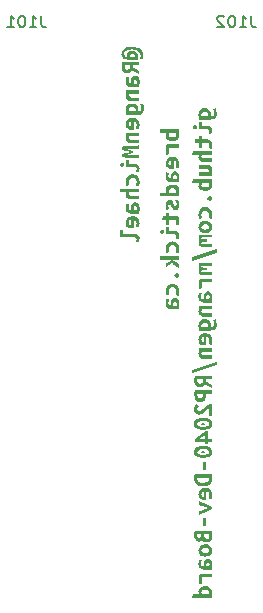
<source format=gbo>
G04 #@! TF.GenerationSoftware,KiCad,Pcbnew,(6.0.4)*
G04 #@! TF.CreationDate,2022-04-24T13:36:31-06:00*
G04 #@! TF.ProjectId,RP2040 Dev Board,52503230-3430-4204-9465-7620426f6172,2*
G04 #@! TF.SameCoordinates,Original*
G04 #@! TF.FileFunction,Legend,Bot*
G04 #@! TF.FilePolarity,Positive*
%FSLAX46Y46*%
G04 Gerber Fmt 4.6, Leading zero omitted, Abs format (unit mm)*
G04 Created by KiCad (PCBNEW (6.0.4)) date 2022-04-24 13:36:31*
%MOMM*%
%LPD*%
G01*
G04 APERTURE LIST*
%ADD10C,0.150000*%
%ADD11C,0.700000*%
%ADD12O,1.050000X2.100000*%
%ADD13C,1.700000*%
%ADD14R,1.700000X1.700000*%
%ADD15O,1.700000X1.700000*%
G04 APERTURE END LIST*
D10*
X157085714Y-25152380D02*
X157085714Y-25866666D01*
X157133333Y-26009523D01*
X157228571Y-26104761D01*
X157371428Y-26152380D01*
X157466666Y-26152380D01*
X156085714Y-26152380D02*
X156657142Y-26152380D01*
X156371428Y-26152380D02*
X156371428Y-25152380D01*
X156466666Y-25295238D01*
X156561904Y-25390476D01*
X156657142Y-25438095D01*
X155466666Y-25152380D02*
X155371428Y-25152380D01*
X155276190Y-25200000D01*
X155228571Y-25247619D01*
X155180952Y-25342857D01*
X155133333Y-25533333D01*
X155133333Y-25771428D01*
X155180952Y-25961904D01*
X155228571Y-26057142D01*
X155276190Y-26104761D01*
X155371428Y-26152380D01*
X155466666Y-26152380D01*
X155561904Y-26104761D01*
X155609523Y-26057142D01*
X155657142Y-25961904D01*
X155704761Y-25771428D01*
X155704761Y-25533333D01*
X155657142Y-25342857D01*
X155609523Y-25247619D01*
X155561904Y-25200000D01*
X155466666Y-25152380D01*
X154752380Y-25247619D02*
X154704761Y-25200000D01*
X154609523Y-25152380D01*
X154371428Y-25152380D01*
X154276190Y-25200000D01*
X154228571Y-25247619D01*
X154180952Y-25342857D01*
X154180952Y-25438095D01*
X154228571Y-25580952D01*
X154800000Y-26152380D01*
X154180952Y-26152380D01*
X139305714Y-25152380D02*
X139305714Y-25866666D01*
X139353333Y-26009523D01*
X139448571Y-26104761D01*
X139591428Y-26152380D01*
X139686666Y-26152380D01*
X138305714Y-26152380D02*
X138877142Y-26152380D01*
X138591428Y-26152380D02*
X138591428Y-25152380D01*
X138686666Y-25295238D01*
X138781904Y-25390476D01*
X138877142Y-25438095D01*
X137686666Y-25152380D02*
X137591428Y-25152380D01*
X137496190Y-25200000D01*
X137448571Y-25247619D01*
X137400952Y-25342857D01*
X137353333Y-25533333D01*
X137353333Y-25771428D01*
X137400952Y-25961904D01*
X137448571Y-26057142D01*
X137496190Y-26104761D01*
X137591428Y-26152380D01*
X137686666Y-26152380D01*
X137781904Y-26104761D01*
X137829523Y-26057142D01*
X137877142Y-25961904D01*
X137924761Y-25771428D01*
X137924761Y-25533333D01*
X137877142Y-25342857D01*
X137829523Y-25247619D01*
X137781904Y-25200000D01*
X137686666Y-25152380D01*
X136400952Y-26152380D02*
X136972380Y-26152380D01*
X136686666Y-26152380D02*
X136686666Y-25152380D01*
X136781904Y-25295238D01*
X136877142Y-25390476D01*
X136972380Y-25438095D01*
G36*
X150165478Y-35737978D02*
G01*
X150065763Y-35702557D01*
X149980931Y-35653444D01*
X149861869Y-35514141D01*
X149830615Y-35424248D01*
X149820197Y-35321259D01*
X149825778Y-35261728D01*
X150072609Y-35261728D01*
X150093445Y-35353109D01*
X150155953Y-35417700D01*
X150257752Y-35456098D01*
X150396459Y-35468897D01*
X150555110Y-35452228D01*
X150659588Y-35402222D01*
X150717630Y-35323641D01*
X150736978Y-35221247D01*
X150734597Y-35158144D01*
X150725072Y-35087897D01*
X150117853Y-35087897D01*
X150085706Y-35167669D01*
X150072609Y-35261728D01*
X149825778Y-35261728D01*
X149830912Y-35206959D01*
X149870203Y-35087897D01*
X149310609Y-35087897D01*
X149360616Y-34795003D01*
X150929859Y-34795003D01*
X150953672Y-34885491D01*
X150972722Y-34995028D01*
X150985223Y-35112900D01*
X150989391Y-35228391D01*
X150978973Y-35349834D01*
X150947719Y-35456991D01*
X150897415Y-35549264D01*
X150829847Y-35626059D01*
X150745610Y-35686781D01*
X150645300Y-35730834D01*
X150530702Y-35757623D01*
X150403603Y-35766553D01*
X150278588Y-35759409D01*
X150165478Y-35737978D01*
G37*
G36*
X150963197Y-45808284D02*
G01*
X150434559Y-45808284D01*
X150542906Y-45907106D01*
X150681019Y-46013072D01*
X150828656Y-46111894D01*
X150963197Y-46186903D01*
X150963197Y-46522659D01*
X150810797Y-46433362D01*
X150725072Y-46374724D01*
X150639347Y-46310728D01*
X150555110Y-46243458D01*
X150473850Y-46174997D01*
X150336928Y-46046409D01*
X150222628Y-46152375D01*
X150094041Y-46269056D01*
X149963072Y-46382166D01*
X149844009Y-46479797D01*
X149844009Y-46127372D01*
X149949975Y-46060697D01*
X150065466Y-45980925D01*
X150180956Y-45895200D01*
X150286922Y-45808284D01*
X149310609Y-45808284D01*
X149360616Y-45513009D01*
X150963197Y-45513009D01*
X150963197Y-45808284D01*
G37*
G36*
X149360616Y-40140909D02*
G01*
X149870203Y-40140909D01*
X149833294Y-40040897D01*
X149825810Y-39974222D01*
X150072609Y-39974222D01*
X150085706Y-40064709D01*
X150117853Y-40140909D01*
X150727453Y-40140909D01*
X150734597Y-40076616D01*
X150736978Y-40009941D01*
X150713166Y-39903082D01*
X150641728Y-39830156D01*
X150532786Y-39788187D01*
X150396459Y-39774197D01*
X150257752Y-39786103D01*
X150155953Y-39821822D01*
X150093445Y-39883734D01*
X150072609Y-39974222D01*
X149825810Y-39974222D01*
X149820197Y-39924216D01*
X149837792Y-39788617D01*
X149890576Y-39677095D01*
X149978550Y-39589650D01*
X150096951Y-39526811D01*
X150241017Y-39489108D01*
X150410747Y-39476541D01*
X150577434Y-39491490D01*
X150718722Y-39536336D01*
X150834609Y-39611081D01*
X150920599Y-39714930D01*
X150972193Y-39847090D01*
X150989391Y-40007559D01*
X150985223Y-40120669D01*
X150972722Y-40236159D01*
X150953672Y-40343911D01*
X150929859Y-40433803D01*
X149310609Y-40433803D01*
X149360616Y-40140909D01*
G37*
G36*
X150086897Y-42131634D02*
G01*
X150546478Y-42131634D01*
X150673577Y-42138778D01*
X150773888Y-42160209D01*
X150908428Y-42243553D01*
X150972722Y-42376903D01*
X150989391Y-42557878D01*
X150975103Y-42740044D01*
X150927478Y-42915066D01*
X150675066Y-42874584D01*
X150706022Y-42799575D01*
X150723881Y-42732900D01*
X150732216Y-42666225D01*
X150734597Y-42591216D01*
X150727453Y-42522159D01*
X150698878Y-42469772D01*
X150639347Y-42436434D01*
X150539334Y-42424528D01*
X150086897Y-42424528D01*
X150086897Y-42893634D01*
X149844009Y-42893634D01*
X149844009Y-42424528D01*
X149515397Y-42424528D01*
X149563022Y-42131634D01*
X149844009Y-42131634D01*
X149844009Y-41876841D01*
X150086897Y-41876841D01*
X150086897Y-42131634D01*
G37*
G36*
X150663159Y-37145297D02*
G01*
X150761684Y-37197387D01*
X150842944Y-37267931D01*
X150906642Y-37356037D01*
X150952481Y-37460812D01*
X150980163Y-37581363D01*
X150989391Y-37716797D01*
X150971531Y-37909678D01*
X150927478Y-38071603D01*
X150677447Y-38031122D01*
X150715547Y-37896581D01*
X150734597Y-37728703D01*
X150718821Y-37598925D01*
X150671494Y-37495341D01*
X150596782Y-37427475D01*
X150498853Y-37404853D01*
X150498853Y-38131134D01*
X150448847Y-38134706D01*
X150389316Y-38135897D01*
X150216940Y-38121609D01*
X150074461Y-38078747D01*
X149961881Y-38007309D01*
X149880522Y-37908355D01*
X149831706Y-37782943D01*
X149815944Y-37635834D01*
X150060703Y-37635834D01*
X150080944Y-37735847D01*
X150134522Y-37802522D01*
X150209531Y-37840622D01*
X150296447Y-37852528D01*
X150296447Y-37404853D01*
X150208341Y-37425094D01*
X150132141Y-37467956D01*
X150079753Y-37537012D01*
X150060703Y-37635834D01*
X149815944Y-37635834D01*
X149815434Y-37631072D01*
X149824959Y-37532250D01*
X149853534Y-37435809D01*
X149900862Y-37345917D01*
X149966644Y-37266741D01*
X150050880Y-37200066D01*
X150153572Y-37147678D01*
X150274420Y-37113745D01*
X150413128Y-37102434D01*
X150547073Y-37113150D01*
X150663159Y-37145297D01*
G37*
G36*
X150523261Y-44286368D02*
G01*
X150634584Y-44314050D01*
X150734597Y-44361377D01*
X150820322Y-44429541D01*
X150890569Y-44519135D01*
X150944147Y-44630756D01*
X150978080Y-44765595D01*
X150989391Y-44924841D01*
X150985521Y-45036164D01*
X150973913Y-45132009D01*
X150934622Y-45282028D01*
X150694116Y-45239166D01*
X150725072Y-45102244D01*
X150734597Y-44958178D01*
X150712570Y-44779287D01*
X150646491Y-44661713D01*
X150541716Y-44596526D01*
X150403603Y-44574797D01*
X150270253Y-44593847D01*
X150164288Y-44655759D01*
X150095231Y-44768869D01*
X150070228Y-44943891D01*
X150083325Y-45092719D01*
X150113091Y-45198684D01*
X149877347Y-45262978D01*
X149829722Y-45098672D01*
X149815434Y-44917697D01*
X149827043Y-44762618D01*
X149861869Y-44630756D01*
X149916637Y-44520921D01*
X149988075Y-44431922D01*
X150074693Y-44363461D01*
X150175003Y-44315241D01*
X150285731Y-44286666D01*
X150403603Y-44277141D01*
X150523261Y-44286368D01*
G37*
G36*
X150523261Y-47858243D02*
G01*
X150634584Y-47885925D01*
X150734597Y-47933252D01*
X150820322Y-48001416D01*
X150890569Y-48091010D01*
X150944147Y-48202631D01*
X150978080Y-48337470D01*
X150989391Y-48496716D01*
X150985521Y-48608039D01*
X150973913Y-48703884D01*
X150934622Y-48853903D01*
X150694116Y-48811041D01*
X150725072Y-48674119D01*
X150734597Y-48530053D01*
X150712570Y-48351162D01*
X150646491Y-48233588D01*
X150541716Y-48168401D01*
X150403603Y-48146672D01*
X150270253Y-48165722D01*
X150164288Y-48227634D01*
X150095231Y-48340744D01*
X150070228Y-48515766D01*
X150083325Y-48664594D01*
X150113091Y-48770559D01*
X149877347Y-48834853D01*
X149829722Y-48670547D01*
X149815434Y-48489572D01*
X149827043Y-48334493D01*
X149861869Y-48202631D01*
X149916637Y-48092796D01*
X149988075Y-48003797D01*
X150074693Y-47935336D01*
X150175003Y-47887116D01*
X150285731Y-47858541D01*
X150403603Y-47849016D01*
X150523261Y-47858243D01*
G37*
G36*
X150086897Y-43377028D02*
G01*
X150498853Y-43377028D01*
X150608986Y-43381791D01*
X150706022Y-43396078D01*
X150859613Y-43461563D01*
X150956053Y-43585388D01*
X150981056Y-43672005D01*
X150989391Y-43777078D01*
X150973913Y-43923525D01*
X150915572Y-44093784D01*
X150679828Y-44055684D01*
X150723881Y-43927097D01*
X150734597Y-43829466D01*
X150685781Y-43706831D01*
X150536953Y-43669922D01*
X149844009Y-43669922D01*
X149844009Y-43067466D01*
X150086897Y-43067466D01*
X150086897Y-43377028D01*
G37*
G36*
X150348834Y-38464509D02*
G01*
X150455991Y-38362116D01*
X150620297Y-38324016D01*
X150792938Y-38357353D01*
X150907238Y-38452603D01*
X150970341Y-38601431D01*
X150989391Y-38795503D01*
X150984628Y-38944927D01*
X150970341Y-39078872D01*
X150937003Y-39269372D01*
X150270253Y-39269372D01*
X150080944Y-39245559D01*
X149938069Y-39166978D01*
X149847581Y-39020531D01*
X149823471Y-38917245D01*
X149815434Y-38790741D01*
X149819304Y-38685370D01*
X149830912Y-38583572D01*
X149865441Y-38428791D01*
X150101184Y-38469272D01*
X150072609Y-38594287D01*
X150060703Y-38755022D01*
X150074693Y-38864559D01*
X150116662Y-38935997D01*
X150255966Y-38988384D01*
X150291684Y-38988384D01*
X150277397Y-38893730D01*
X150275265Y-38845509D01*
X150477422Y-38845509D01*
X150480994Y-38919328D01*
X150489328Y-38988384D01*
X150746503Y-38988384D01*
X150752456Y-38909803D01*
X150753647Y-38816934D01*
X150721500Y-38669297D01*
X150613153Y-38612147D01*
X150544097Y-38631197D01*
X150503616Y-38682394D01*
X150483375Y-38757403D01*
X150477422Y-38845509D01*
X150275265Y-38845509D01*
X150272634Y-38785978D01*
X150290494Y-38612147D01*
X150348834Y-38464509D01*
G37*
G36*
X150348834Y-49180134D02*
G01*
X150455991Y-49077741D01*
X150620297Y-49039641D01*
X150792938Y-49072978D01*
X150907238Y-49168228D01*
X150970341Y-49317056D01*
X150989391Y-49511128D01*
X150984628Y-49660552D01*
X150970341Y-49794497D01*
X150937003Y-49984997D01*
X150270253Y-49984997D01*
X150080944Y-49961184D01*
X149938069Y-49882603D01*
X149847581Y-49736156D01*
X149823471Y-49632870D01*
X149815434Y-49506366D01*
X149819304Y-49400995D01*
X149830912Y-49299197D01*
X149865441Y-49144416D01*
X150101184Y-49184897D01*
X150072609Y-49309913D01*
X150060703Y-49470647D01*
X150074693Y-49580184D01*
X150116662Y-49651622D01*
X150255966Y-49704009D01*
X150291684Y-49704009D01*
X150277397Y-49609355D01*
X150275265Y-49561134D01*
X150477422Y-49561134D01*
X150480994Y-49634953D01*
X150489328Y-49704009D01*
X150746503Y-49704009D01*
X150752456Y-49625428D01*
X150753647Y-49532559D01*
X150721500Y-49384922D01*
X150613153Y-49327772D01*
X150544097Y-49346822D01*
X150503616Y-49398019D01*
X150483375Y-49473028D01*
X150477422Y-49561134D01*
X150275265Y-49561134D01*
X150272634Y-49501603D01*
X150290494Y-49327772D01*
X150348834Y-49180134D01*
G37*
G36*
X150956053Y-40893384D02*
G01*
X150981056Y-41006494D01*
X150989391Y-41141034D01*
X150982842Y-41272598D01*
X150963197Y-41381541D01*
X150891759Y-41539894D01*
X150784603Y-41626809D01*
X150653634Y-41653003D01*
X150504806Y-41617284D01*
X150404794Y-41525606D01*
X150339309Y-41400591D01*
X150291684Y-41267241D01*
X150261919Y-41182706D01*
X150229772Y-41113650D01*
X150192863Y-41066025D01*
X150146428Y-41048166D01*
X150088087Y-41087456D01*
X150060703Y-41238666D01*
X150088087Y-41431547D01*
X150127378Y-41557753D01*
X149879728Y-41602997D01*
X149832103Y-41439881D01*
X149819602Y-41341952D01*
X149815434Y-41236284D01*
X149822280Y-41119008D01*
X149842819Y-41019591D01*
X149919019Y-40870762D01*
X150030937Y-40785037D01*
X150165478Y-40757653D01*
X150311925Y-40793372D01*
X150408366Y-40883859D01*
X150471469Y-41005303D01*
X150515522Y-41136272D01*
X150544097Y-41223187D01*
X150573863Y-41297006D01*
X150610772Y-41347012D01*
X150663159Y-41364872D01*
X150726263Y-41307722D01*
X150741741Y-41143416D01*
X150713166Y-40951725D01*
X150651253Y-40774322D01*
X150896522Y-40729078D01*
X150956053Y-40893384D01*
G37*
G36*
X150963197Y-36345197D02*
G01*
X150132141Y-36345197D01*
X150109519Y-36466641D01*
X150103566Y-36588084D01*
X150105947Y-36652378D01*
X150114281Y-36730959D01*
X150127378Y-36810731D01*
X150141666Y-36878597D01*
X149870203Y-36930984D01*
X149847581Y-36839306D01*
X149833294Y-36738103D01*
X149824959Y-36644044D01*
X149822578Y-36576178D01*
X149829127Y-36422290D01*
X149848772Y-36289237D01*
X149879133Y-36168091D01*
X149917828Y-36049922D01*
X150963197Y-36049922D01*
X150963197Y-36345197D01*
G37*
G36*
X150866756Y-46954856D02*
G01*
X150933431Y-47002481D01*
X150975103Y-47070347D01*
X150989391Y-47151309D01*
X150934622Y-47298947D01*
X150775078Y-47363241D01*
X150620297Y-47298947D01*
X150565528Y-47151309D01*
X150579816Y-47070347D01*
X150620297Y-47002481D01*
X150685781Y-46954856D01*
X150775078Y-46936997D01*
X150866756Y-46954856D01*
G37*
G36*
X149658272Y-43342500D02*
G01*
X149708278Y-43472278D01*
X149658272Y-43603247D01*
X149522541Y-43658016D01*
X149384428Y-43603247D01*
X149334422Y-43472278D01*
X149384428Y-43342500D01*
X149522541Y-43288922D01*
X149658272Y-43342500D01*
G37*
G36*
X146485238Y-28868384D02*
G01*
X146370641Y-28839809D01*
X146276879Y-28795161D01*
X146202762Y-28737416D01*
X146108703Y-28587397D01*
X146078937Y-28404041D01*
X146090546Y-28287955D01*
X146125372Y-28177822D01*
X146187284Y-28076619D01*
X146280153Y-27987322D01*
X146405169Y-27912610D01*
X146563522Y-27855162D01*
X146689331Y-27828043D01*
X146833397Y-27811771D01*
X146995719Y-27806347D01*
X147162009Y-27812697D01*
X147308456Y-27831747D01*
X147435059Y-27863497D01*
X147592817Y-27931065D01*
X147716047Y-28019469D01*
X147806237Y-28127518D01*
X147864875Y-28254022D01*
X147897022Y-28395111D01*
X147907738Y-28546916D01*
X147905356Y-28624306D01*
X147899403Y-28692172D01*
X147889878Y-28758847D01*
X147874400Y-28832666D01*
X147667231Y-28806472D01*
X147686281Y-28723128D01*
X147698188Y-28546916D01*
X147686877Y-28409101D01*
X147652944Y-28295694D01*
X147597282Y-28204611D01*
X147520784Y-28133769D01*
X147423451Y-28081977D01*
X147305281Y-28048044D01*
X147167169Y-28029291D01*
X147010006Y-28023041D01*
X146816232Y-28030482D01*
X146658772Y-28052806D01*
X146533459Y-28087930D01*
X146436125Y-28133769D01*
X146319444Y-28255212D01*
X146286106Y-28404041D01*
X146349209Y-28570728D01*
X146502800Y-28627878D01*
X146540900Y-28627878D01*
X146533554Y-28558822D01*
X146771881Y-28558822D01*
X146774262Y-28592159D01*
X146781406Y-28627878D01*
X147257656Y-28627878D01*
X147264800Y-28561203D01*
X147239797Y-28483812D01*
X147176694Y-28437378D01*
X147090969Y-28414756D01*
X146998100Y-28408803D01*
X146917137Y-28415947D01*
X146844509Y-28439759D01*
X146792122Y-28485003D01*
X146771881Y-28558822D01*
X146533554Y-28558822D01*
X146528994Y-28515959D01*
X146567094Y-28348081D01*
X146670678Y-28237353D01*
X146824269Y-28176631D01*
X147012388Y-28158772D01*
X147137701Y-28166809D01*
X147242178Y-28190919D01*
X147394578Y-28280216D01*
X147480303Y-28414756D01*
X147507688Y-28582634D01*
X147494591Y-28729081D01*
X147455300Y-28877909D01*
X146621862Y-28877909D01*
X146485238Y-28868384D01*
G37*
G36*
X146190856Y-43636897D02*
G01*
X147140975Y-43636897D01*
X147344274Y-43660114D01*
X147492209Y-43729766D01*
X147582399Y-43850019D01*
X147612463Y-44025041D01*
X147602938Y-44157200D01*
X147580316Y-44256022D01*
X147555313Y-44321506D01*
X147538644Y-44353653D01*
X147302900Y-44315553D01*
X147333856Y-44236972D01*
X147357669Y-44089334D01*
X147317188Y-43975034D01*
X147162406Y-43929791D01*
X145947969Y-43929791D01*
X145947969Y-43327334D01*
X146190856Y-43327334D01*
X146190856Y-43636897D01*
G37*
G36*
X147586269Y-40112647D02*
G01*
X146724256Y-40112647D01*
X146707588Y-40175750D01*
X146698062Y-40255522D01*
X146767119Y-40391253D01*
X146858202Y-40418042D01*
X146993338Y-40426972D01*
X147586269Y-40426972D01*
X147586269Y-40719866D01*
X146955237Y-40719866D01*
X146845998Y-40714508D01*
X146746878Y-40698434D01*
X146584953Y-40626997D01*
X146480178Y-40493647D01*
X146452496Y-40400183D01*
X146443269Y-40286478D01*
X146453984Y-40198372D01*
X146476606Y-40112647D01*
X145933681Y-40112647D01*
X145983687Y-39819753D01*
X147586269Y-39819753D01*
X147586269Y-40112647D01*
G37*
G36*
X147586269Y-36421709D02*
G01*
X146440887Y-36409803D01*
X147064775Y-36583634D01*
X147064775Y-36797947D01*
X146440887Y-36978922D01*
X147586269Y-36964634D01*
X147586269Y-37233716D01*
X147397852Y-37228358D01*
X147213603Y-37221809D01*
X147032033Y-37213773D01*
X146851653Y-37203950D01*
X146670976Y-37192044D01*
X146488512Y-37177756D01*
X146302775Y-37161980D01*
X146112275Y-37145609D01*
X146112275Y-36902722D01*
X146238481Y-36859859D01*
X146401597Y-36807472D01*
X146582572Y-36747941D01*
X146764737Y-36688409D01*
X146593287Y-36633641D01*
X146409931Y-36576491D01*
X146240862Y-36522913D01*
X146112275Y-36481241D01*
X146112275Y-36238353D01*
X146273605Y-36222577D01*
X146448031Y-36208588D01*
X146631983Y-36196384D01*
X146821887Y-36185966D01*
X147015364Y-36176738D01*
X147210031Y-36168106D01*
X147401722Y-36160070D01*
X147586269Y-36152628D01*
X147586269Y-36421709D01*
G37*
G36*
X146469727Y-33429536D02*
G01*
X146449883Y-33296980D01*
X146443269Y-33171303D01*
X146444374Y-33159397D01*
X146681394Y-33159397D01*
X146683775Y-33214166D01*
X146693300Y-33273697D01*
X147231463Y-33273697D01*
X147262419Y-33198687D01*
X147274325Y-33109391D01*
X147201697Y-32952228D01*
X147112698Y-32914723D01*
X146990956Y-32902222D01*
X146818977Y-32930797D01*
X146715790Y-33016522D01*
X146681394Y-33159397D01*
X146444374Y-33159397D01*
X146458350Y-33008849D01*
X146503594Y-32870736D01*
X146579000Y-32756966D01*
X146685098Y-32672299D01*
X146822417Y-32621499D01*
X146990956Y-32604566D01*
X147142563Y-32617133D01*
X147270356Y-32654836D01*
X147374338Y-32717675D01*
X147451067Y-32804855D01*
X147497104Y-32915583D01*
X147512450Y-33049859D01*
X147500544Y-33160587D01*
X147464825Y-33273697D01*
X147510069Y-33273697D01*
X147599366Y-33261791D01*
X147671994Y-33221309D01*
X147720809Y-33142728D01*
X147738669Y-33016522D01*
X147716047Y-32826022D01*
X147667231Y-32680766D01*
X147914881Y-32625997D01*
X147964887Y-32810544D01*
X147980961Y-32909068D01*
X147986319Y-33011759D01*
X147971767Y-33189162D01*
X147928110Y-33330847D01*
X147855350Y-33436812D01*
X147752163Y-33510234D01*
X147617225Y-33554287D01*
X147450538Y-33568972D01*
X146502800Y-33568972D01*
X146469727Y-33429536D01*
G37*
G36*
X146103941Y-29280341D02*
G01*
X146115847Y-29176756D01*
X146133706Y-29082697D01*
X147586269Y-29082697D01*
X147586269Y-29375591D01*
X147043344Y-29375591D01*
X147043344Y-29527991D01*
X147178182Y-29608655D01*
X147311234Y-29683962D01*
X147446073Y-29752126D01*
X147586269Y-29811359D01*
X147586269Y-30118541D01*
X147430297Y-30050675D01*
X147265991Y-29968522D01*
X147108828Y-29880416D01*
X146971906Y-29794691D01*
X146904636Y-29898870D01*
X146812362Y-29968522D01*
X146701634Y-30007812D01*
X146579000Y-30020909D01*
X146463212Y-30011087D01*
X146363497Y-29981619D01*
X146212287Y-29868509D01*
X146160495Y-29787547D01*
X146124181Y-29692297D01*
X146102750Y-29583950D01*
X146095606Y-29463697D01*
X146350400Y-29463697D01*
X146364092Y-29569067D01*
X146405169Y-29651816D01*
X146475416Y-29705394D01*
X146576619Y-29723253D01*
X146742116Y-29656578D01*
X146785871Y-29569067D01*
X146800456Y-29439884D01*
X146800456Y-29375591D01*
X146357544Y-29375591D01*
X146351591Y-29423216D01*
X146350400Y-29463697D01*
X146095606Y-29463697D01*
X146097987Y-29380353D01*
X146103941Y-29280341D01*
G37*
G36*
X147286231Y-42167666D02*
G01*
X147384755Y-42219755D01*
X147466016Y-42290300D01*
X147529714Y-42378406D01*
X147575553Y-42483181D01*
X147603235Y-42603732D01*
X147612463Y-42739166D01*
X147594603Y-42932047D01*
X147550550Y-43093972D01*
X147300519Y-43053491D01*
X147338619Y-42918950D01*
X147357669Y-42751072D01*
X147341893Y-42621294D01*
X147294566Y-42517709D01*
X147219854Y-42449844D01*
X147121925Y-42427222D01*
X147121925Y-43153503D01*
X147071919Y-43157075D01*
X147012388Y-43158266D01*
X146840011Y-43143978D01*
X146697533Y-43101116D01*
X146584953Y-43029678D01*
X146503594Y-42930724D01*
X146454778Y-42805311D01*
X146439016Y-42658203D01*
X146683775Y-42658203D01*
X146704016Y-42758216D01*
X146757594Y-42824891D01*
X146832603Y-42862991D01*
X146919519Y-42874897D01*
X146919519Y-42427222D01*
X146831412Y-42447463D01*
X146755212Y-42490325D01*
X146702825Y-42559381D01*
X146683775Y-42658203D01*
X146439016Y-42658203D01*
X146438506Y-42653441D01*
X146448031Y-42554619D01*
X146476606Y-42458178D01*
X146523934Y-42368286D01*
X146589716Y-42289109D01*
X146673952Y-42222434D01*
X146776644Y-42170047D01*
X146897492Y-42136114D01*
X147036200Y-42124803D01*
X147170145Y-42135519D01*
X147286231Y-42167666D01*
G37*
G36*
X147286231Y-33833291D02*
G01*
X147384755Y-33885380D01*
X147466016Y-33955925D01*
X147529714Y-34044031D01*
X147575553Y-34148806D01*
X147603235Y-34269357D01*
X147612463Y-34404791D01*
X147594603Y-34597672D01*
X147550550Y-34759597D01*
X147300519Y-34719116D01*
X147338619Y-34584575D01*
X147357669Y-34416697D01*
X147341893Y-34286919D01*
X147294566Y-34183334D01*
X147219854Y-34115469D01*
X147121925Y-34092847D01*
X147121925Y-34819128D01*
X147071919Y-34822700D01*
X147012388Y-34823891D01*
X146840011Y-34809603D01*
X146697533Y-34766741D01*
X146584953Y-34695303D01*
X146503594Y-34596349D01*
X146454778Y-34470936D01*
X146439016Y-34323828D01*
X146683775Y-34323828D01*
X146704016Y-34423841D01*
X146757594Y-34490516D01*
X146832603Y-34528616D01*
X146919519Y-34540522D01*
X146919519Y-34092847D01*
X146831412Y-34113087D01*
X146755212Y-34155950D01*
X146702825Y-34225006D01*
X146683775Y-34323828D01*
X146439016Y-34323828D01*
X146438506Y-34319066D01*
X146448031Y-34220244D01*
X146476606Y-34123803D01*
X146523934Y-34033911D01*
X146589716Y-33954734D01*
X146673952Y-33888059D01*
X146776644Y-33835672D01*
X146897492Y-33801739D01*
X147036200Y-33790428D01*
X147170145Y-33801144D01*
X147286231Y-33833291D01*
G37*
G36*
X147146333Y-38593112D02*
G01*
X147257656Y-38620794D01*
X147357669Y-38668121D01*
X147443394Y-38736284D01*
X147513641Y-38825879D01*
X147567219Y-38937500D01*
X147601152Y-39072338D01*
X147612463Y-39231584D01*
X147608593Y-39342908D01*
X147596984Y-39438753D01*
X147557694Y-39588772D01*
X147317188Y-39545909D01*
X147348144Y-39408988D01*
X147357669Y-39264922D01*
X147335642Y-39086030D01*
X147269563Y-38968456D01*
X147164788Y-38903270D01*
X147026675Y-38881541D01*
X146893325Y-38900591D01*
X146787359Y-38962503D01*
X146718303Y-39075613D01*
X146693300Y-39250634D01*
X146706397Y-39399463D01*
X146736162Y-39505428D01*
X146500419Y-39569722D01*
X146452794Y-39405416D01*
X146438506Y-39224441D01*
X146450115Y-39069362D01*
X146484941Y-38937500D01*
X146539709Y-38827665D01*
X146611147Y-38738666D01*
X146697765Y-38670205D01*
X146798075Y-38621984D01*
X146908803Y-38593409D01*
X147026675Y-38583884D01*
X147146333Y-38593112D01*
G37*
G36*
X146709969Y-37683772D02*
G01*
X147121925Y-37683772D01*
X147232058Y-37688534D01*
X147329094Y-37702822D01*
X147482684Y-37768306D01*
X147579125Y-37892131D01*
X147604128Y-37978749D01*
X147612463Y-38083822D01*
X147596984Y-38230269D01*
X147538644Y-38400528D01*
X147302900Y-38362428D01*
X147346953Y-38233841D01*
X147357669Y-38136209D01*
X147308853Y-38013575D01*
X147160025Y-37976666D01*
X146467081Y-37976666D01*
X146467081Y-37374209D01*
X146709969Y-37374209D01*
X146709969Y-37683772D01*
G37*
G36*
X146971906Y-30390003D02*
G01*
X147079063Y-30287609D01*
X147243369Y-30249509D01*
X147416009Y-30282847D01*
X147530309Y-30378097D01*
X147593413Y-30526925D01*
X147612463Y-30720997D01*
X147607700Y-30870420D01*
X147593413Y-31004366D01*
X147560075Y-31194866D01*
X146893325Y-31194866D01*
X146704016Y-31171053D01*
X146561141Y-31092472D01*
X146470653Y-30946025D01*
X146446543Y-30842738D01*
X146438506Y-30716234D01*
X146442376Y-30610864D01*
X146453984Y-30509066D01*
X146488512Y-30354284D01*
X146724256Y-30394766D01*
X146695681Y-30519781D01*
X146683775Y-30680516D01*
X146697765Y-30790053D01*
X146739734Y-30861491D01*
X146879037Y-30913878D01*
X146914756Y-30913878D01*
X146900469Y-30819223D01*
X146898337Y-30771003D01*
X147100494Y-30771003D01*
X147104066Y-30844822D01*
X147112400Y-30913878D01*
X147369575Y-30913878D01*
X147375528Y-30835297D01*
X147376719Y-30742428D01*
X147344572Y-30594791D01*
X147236225Y-30537641D01*
X147167169Y-30556691D01*
X147126688Y-30607887D01*
X147106447Y-30682897D01*
X147100494Y-30771003D01*
X146898337Y-30771003D01*
X146895706Y-30711472D01*
X146913566Y-30537641D01*
X146971906Y-30390003D01*
G37*
G36*
X146971906Y-41105628D02*
G01*
X147079063Y-41003234D01*
X147243369Y-40965134D01*
X147416009Y-40998472D01*
X147530309Y-41093722D01*
X147593413Y-41242550D01*
X147612463Y-41436622D01*
X147607700Y-41586045D01*
X147593413Y-41719991D01*
X147560075Y-41910491D01*
X146893325Y-41910491D01*
X146704016Y-41886678D01*
X146561141Y-41808097D01*
X146470653Y-41661650D01*
X146446543Y-41558363D01*
X146438506Y-41431859D01*
X146442376Y-41326489D01*
X146453984Y-41224691D01*
X146488512Y-41069909D01*
X146724256Y-41110391D01*
X146695681Y-41235406D01*
X146683775Y-41396141D01*
X146697765Y-41505678D01*
X146739734Y-41577116D01*
X146879037Y-41629503D01*
X146914756Y-41629503D01*
X146900469Y-41534848D01*
X146898337Y-41486628D01*
X147100494Y-41486628D01*
X147104066Y-41560447D01*
X147112400Y-41629503D01*
X147369575Y-41629503D01*
X147375528Y-41550922D01*
X147376719Y-41458053D01*
X147344572Y-41310416D01*
X147236225Y-41253266D01*
X147167169Y-41272316D01*
X147126688Y-41323513D01*
X147106447Y-41398522D01*
X147100494Y-41486628D01*
X146898337Y-41486628D01*
X146895706Y-41427097D01*
X146913566Y-41253266D01*
X146971906Y-41105628D01*
G37*
G36*
X147586269Y-35350147D02*
G01*
X146707588Y-35350147D01*
X146700444Y-35418012D01*
X146698062Y-35483497D01*
X146767119Y-35628753D01*
X146858202Y-35655542D01*
X146993338Y-35664472D01*
X147586269Y-35664472D01*
X147586269Y-35957366D01*
X146955237Y-35957366D01*
X146845998Y-35952008D01*
X146746878Y-35935934D01*
X146584953Y-35863306D01*
X146480178Y-35724003D01*
X146452496Y-35624586D01*
X146443269Y-35502547D01*
X146448031Y-35371876D01*
X146462319Y-35251325D01*
X146481964Y-35145062D01*
X146502800Y-35057253D01*
X147586269Y-35057253D01*
X147586269Y-35350147D01*
G37*
G36*
X147586269Y-31778272D02*
G01*
X146707588Y-31778272D01*
X146700444Y-31846137D01*
X146698062Y-31911622D01*
X146767119Y-32056878D01*
X146858202Y-32083667D01*
X146993338Y-32092597D01*
X147586269Y-32092597D01*
X147586269Y-32385491D01*
X146955237Y-32385491D01*
X146845998Y-32380133D01*
X146746878Y-32364059D01*
X146584953Y-32291431D01*
X146480178Y-32152128D01*
X146452496Y-32052711D01*
X146443269Y-31930672D01*
X146448031Y-31800001D01*
X146462319Y-31679450D01*
X146481964Y-31573187D01*
X146502800Y-31485378D01*
X147586269Y-31485378D01*
X147586269Y-31778272D01*
G37*
G36*
X146281344Y-37649244D02*
G01*
X146331350Y-37779022D01*
X146281344Y-37909991D01*
X146145612Y-37964759D01*
X146007500Y-37909991D01*
X145957494Y-37779022D01*
X146007500Y-37649244D01*
X146145612Y-37595666D01*
X146281344Y-37649244D01*
G37*
G36*
X154135128Y-45241084D02*
G01*
X152077728Y-45903072D01*
X152077728Y-45603034D01*
X154135128Y-44936284D01*
X154135128Y-45241084D01*
G37*
G36*
X154135128Y-54766084D02*
G01*
X152077728Y-55428072D01*
X152077728Y-55128034D01*
X154135128Y-54461284D01*
X154135128Y-54766084D01*
G37*
G36*
X152944503Y-39961853D02*
G01*
X152844788Y-39926432D01*
X152759956Y-39877319D01*
X152640894Y-39738016D01*
X152609640Y-39648123D01*
X152599222Y-39545134D01*
X152604803Y-39485603D01*
X152851634Y-39485603D01*
X152872470Y-39576984D01*
X152934978Y-39641575D01*
X153036777Y-39679973D01*
X153175484Y-39692772D01*
X153334135Y-39676103D01*
X153438613Y-39626097D01*
X153496655Y-39547516D01*
X153516003Y-39445122D01*
X153513622Y-39382019D01*
X153504097Y-39311772D01*
X152896878Y-39311772D01*
X152864731Y-39391544D01*
X152851634Y-39485603D01*
X152604803Y-39485603D01*
X152609938Y-39430834D01*
X152649228Y-39311772D01*
X152089634Y-39311772D01*
X152139641Y-39018878D01*
X153708884Y-39018878D01*
X153732697Y-39109366D01*
X153751747Y-39218903D01*
X153764248Y-39336775D01*
X153768416Y-39452266D01*
X153757998Y-39573709D01*
X153726744Y-39680866D01*
X153676440Y-39773139D01*
X153608872Y-39849934D01*
X153524635Y-39910656D01*
X153424325Y-39954709D01*
X153309727Y-39981498D01*
X153182628Y-39990428D01*
X153057612Y-39983284D01*
X152944503Y-39961853D01*
G37*
G36*
X152139641Y-74130409D02*
G01*
X152649228Y-74130409D01*
X152612319Y-74030397D01*
X152604835Y-73963722D01*
X152851634Y-73963722D01*
X152864731Y-74054209D01*
X152896878Y-74130409D01*
X153506478Y-74130409D01*
X153513622Y-74066116D01*
X153516003Y-73999441D01*
X153492191Y-73892582D01*
X153420753Y-73819656D01*
X153311811Y-73777687D01*
X153175484Y-73763697D01*
X153036777Y-73775603D01*
X152934978Y-73811322D01*
X152872470Y-73873234D01*
X152851634Y-73963722D01*
X152604835Y-73963722D01*
X152599222Y-73913716D01*
X152616817Y-73778117D01*
X152669601Y-73666595D01*
X152757575Y-73579150D01*
X152875976Y-73516311D01*
X153020042Y-73478608D01*
X153189772Y-73466041D01*
X153356459Y-73480990D01*
X153497747Y-73525836D01*
X153613634Y-73600581D01*
X153699624Y-73704430D01*
X153751218Y-73836590D01*
X153768416Y-73997059D01*
X153764248Y-74110169D01*
X153751747Y-74225659D01*
X153732697Y-74333411D01*
X153708884Y-74423303D01*
X152089634Y-74423303D01*
X152139641Y-74130409D01*
G37*
G36*
X153742222Y-36932903D02*
G01*
X152880209Y-36932903D01*
X152863541Y-36996006D01*
X152854016Y-37075778D01*
X152923072Y-37211509D01*
X153014155Y-37238298D01*
X153149291Y-37247228D01*
X153742222Y-37247228D01*
X153742222Y-37540122D01*
X153111191Y-37540122D01*
X153001951Y-37534764D01*
X152902831Y-37518691D01*
X152740906Y-37447253D01*
X152636131Y-37313903D01*
X152608449Y-37220439D01*
X152599222Y-37106734D01*
X152609938Y-37018628D01*
X152632559Y-36932903D01*
X152089634Y-36932903D01*
X152139641Y-36640009D01*
X153742222Y-36640009D01*
X153742222Y-36932903D01*
G37*
G36*
X152663218Y-62567655D02*
G01*
X152531282Y-62526727D01*
X152424200Y-62469428D01*
X152319028Y-62368886D01*
X152255925Y-62241886D01*
X152234891Y-62088428D01*
X152484922Y-62088428D01*
X152517962Y-62195287D01*
X152617081Y-62272975D01*
X152718549Y-62308032D01*
X152846740Y-62329067D01*
X153001653Y-62336078D01*
X153157890Y-62329067D01*
X153286874Y-62308032D01*
X153388606Y-62272975D01*
X153487726Y-62195287D01*
X153520766Y-62088428D01*
X153487726Y-61983058D01*
X153388606Y-61905072D01*
X153286874Y-61869353D01*
X153157890Y-61847922D01*
X153001653Y-61840778D01*
X152846740Y-61847922D01*
X152718549Y-61869353D01*
X152617081Y-61905072D01*
X152517962Y-61983058D01*
X152484922Y-62088428D01*
X152234891Y-62088428D01*
X152256057Y-61937351D01*
X152319557Y-61811145D01*
X152425391Y-61709809D01*
X152532845Y-61651469D01*
X152664706Y-61609797D01*
X152820976Y-61584794D01*
X153001653Y-61576459D01*
X153184414Y-61584645D01*
X153342172Y-61609202D01*
X153474927Y-61650129D01*
X153582678Y-61707428D01*
X153688511Y-61807970D01*
X153752011Y-61934970D01*
X153773178Y-62088428D01*
X153752011Y-62241886D01*
X153688511Y-62368886D01*
X153582678Y-62469428D01*
X153474927Y-62526727D01*
X153342172Y-62567655D01*
X153184414Y-62592211D01*
X153001653Y-62600397D01*
X152820008Y-62592211D01*
X152663218Y-62567655D01*
G37*
G36*
X152663218Y-60186405D02*
G01*
X152531282Y-60145477D01*
X152424200Y-60088178D01*
X152319028Y-59987636D01*
X152255925Y-59860636D01*
X152234891Y-59707178D01*
X152484922Y-59707178D01*
X152517962Y-59814037D01*
X152617081Y-59891725D01*
X152718549Y-59926782D01*
X152846740Y-59947817D01*
X153001653Y-59954828D01*
X153157890Y-59947817D01*
X153286874Y-59926782D01*
X153388606Y-59891725D01*
X153487726Y-59814037D01*
X153520766Y-59707178D01*
X153487726Y-59601808D01*
X153388606Y-59523822D01*
X153286874Y-59488103D01*
X153157890Y-59466672D01*
X153001653Y-59459528D01*
X152846740Y-59466672D01*
X152718549Y-59488103D01*
X152617081Y-59523822D01*
X152517962Y-59601808D01*
X152484922Y-59707178D01*
X152234891Y-59707178D01*
X152256057Y-59556101D01*
X152319557Y-59429895D01*
X152425391Y-59328559D01*
X152532845Y-59270219D01*
X152664706Y-59228547D01*
X152820976Y-59203544D01*
X153001653Y-59195209D01*
X153184414Y-59203395D01*
X153342172Y-59227952D01*
X153474927Y-59268879D01*
X153582678Y-59326178D01*
X153688511Y-59426720D01*
X153752011Y-59553720D01*
X153773178Y-59707178D01*
X153752011Y-59860636D01*
X153688511Y-59987636D01*
X153582678Y-60088178D01*
X153474927Y-60145477D01*
X153342172Y-60186405D01*
X153184414Y-60210961D01*
X153001653Y-60219147D01*
X152820008Y-60210961D01*
X152663218Y-60186405D01*
G37*
G36*
X152625680Y-51681043D02*
G01*
X152605836Y-51548486D01*
X152599222Y-51422809D01*
X152600327Y-51410903D01*
X152837347Y-51410903D01*
X152839728Y-51465672D01*
X152849253Y-51525203D01*
X153387416Y-51525203D01*
X153418372Y-51450194D01*
X153430278Y-51360897D01*
X153357650Y-51203734D01*
X153268651Y-51166230D01*
X153146909Y-51153728D01*
X152974930Y-51182303D01*
X152871743Y-51268028D01*
X152837347Y-51410903D01*
X152600327Y-51410903D01*
X152614303Y-51260355D01*
X152659547Y-51122243D01*
X152734953Y-51008472D01*
X152841051Y-50923805D01*
X152978370Y-50873005D01*
X153146909Y-50856072D01*
X153298516Y-50868640D01*
X153426309Y-50906343D01*
X153530291Y-50969181D01*
X153607020Y-51056361D01*
X153653057Y-51167090D01*
X153668403Y-51301366D01*
X153656497Y-51412094D01*
X153620778Y-51525203D01*
X153666022Y-51525203D01*
X153755319Y-51513297D01*
X153827947Y-51472816D01*
X153876763Y-51394234D01*
X153894622Y-51268028D01*
X153872000Y-51077528D01*
X153823184Y-50932272D01*
X154070834Y-50877503D01*
X154120841Y-51062050D01*
X154136914Y-51160574D01*
X154142272Y-51263266D01*
X154127720Y-51440669D01*
X154084064Y-51582353D01*
X154011303Y-51688319D01*
X153908116Y-51761741D01*
X153773178Y-51805794D01*
X153606491Y-51820478D01*
X152658753Y-51820478D01*
X152625680Y-51681043D01*
G37*
G36*
X152625680Y-33821668D02*
G01*
X152605836Y-33689111D01*
X152599222Y-33563434D01*
X152600327Y-33551528D01*
X152837347Y-33551528D01*
X152839728Y-33606297D01*
X152849253Y-33665828D01*
X153387416Y-33665828D01*
X153418372Y-33590819D01*
X153430278Y-33501522D01*
X153357650Y-33344359D01*
X153268651Y-33306855D01*
X153146909Y-33294353D01*
X152974930Y-33322928D01*
X152871743Y-33408653D01*
X152837347Y-33551528D01*
X152600327Y-33551528D01*
X152614303Y-33400980D01*
X152659547Y-33262868D01*
X152734953Y-33149097D01*
X152841051Y-33064430D01*
X152978370Y-33013630D01*
X153146909Y-32996697D01*
X153298516Y-33009265D01*
X153426309Y-33046968D01*
X153530291Y-33109806D01*
X153607020Y-33196986D01*
X153653057Y-33307715D01*
X153668403Y-33441991D01*
X153656497Y-33552719D01*
X153620778Y-33665828D01*
X153666022Y-33665828D01*
X153755319Y-33653922D01*
X153827947Y-33613441D01*
X153876763Y-33534859D01*
X153894622Y-33408653D01*
X153872000Y-33218153D01*
X153823184Y-33072897D01*
X154070834Y-33018128D01*
X154120841Y-33202675D01*
X154136914Y-33301199D01*
X154142272Y-33403891D01*
X154127720Y-33581294D01*
X154084064Y-33722978D01*
X154011303Y-33828944D01*
X153908116Y-33902366D01*
X153773178Y-33946419D01*
X153606491Y-33961103D01*
X152658753Y-33961103D01*
X152625680Y-33821668D01*
G37*
G36*
X152369729Y-60916853D02*
G01*
X152483731Y-60821603D01*
X152604877Y-60728734D01*
X152727809Y-60640628D01*
X152850146Y-60558475D01*
X152969506Y-60483466D01*
X153081127Y-60418577D01*
X153180247Y-60366784D01*
X153394559Y-60366784D01*
X153394559Y-60981147D01*
X153742222Y-60981147D01*
X153742222Y-61274041D01*
X153394559Y-61274041D01*
X153394559Y-61433584D01*
X153154053Y-61433584D01*
X153154053Y-61274041D01*
X152268228Y-61274041D01*
X152268228Y-61012103D01*
X152301216Y-60981147D01*
X152634941Y-60981147D01*
X153154053Y-60981147D01*
X153154053Y-60647772D01*
X153018322Y-60719209D01*
X152881400Y-60803744D01*
X152751622Y-60893041D01*
X152634941Y-60981147D01*
X152301216Y-60981147D01*
X152369729Y-60916853D01*
G37*
G36*
X152259894Y-55866222D02*
G01*
X152271800Y-55762638D01*
X152289659Y-55668578D01*
X153742222Y-55668578D01*
X153742222Y-55961472D01*
X153199297Y-55961472D01*
X153199297Y-56113872D01*
X153334135Y-56194537D01*
X153467188Y-56269844D01*
X153602026Y-56338007D01*
X153742222Y-56397241D01*
X153742222Y-56704422D01*
X153586250Y-56636556D01*
X153421944Y-56554403D01*
X153264781Y-56466297D01*
X153127859Y-56380572D01*
X153060589Y-56484752D01*
X152968316Y-56554403D01*
X152857588Y-56593694D01*
X152734953Y-56606791D01*
X152619165Y-56596968D01*
X152519450Y-56567500D01*
X152368241Y-56454391D01*
X152316448Y-56373428D01*
X152280134Y-56278178D01*
X152258703Y-56169831D01*
X152251559Y-56049578D01*
X152506353Y-56049578D01*
X152520045Y-56154948D01*
X152561122Y-56237697D01*
X152631369Y-56291275D01*
X152732572Y-56309134D01*
X152898069Y-56242459D01*
X152941824Y-56154948D01*
X152956409Y-56025766D01*
X152956409Y-55961472D01*
X152513497Y-55961472D01*
X152507544Y-56009097D01*
X152506353Y-56049578D01*
X152251559Y-56049578D01*
X152253941Y-55966234D01*
X152259894Y-55866222D01*
G37*
G36*
X152662325Y-64954263D02*
G01*
X152533142Y-64898601D01*
X152428962Y-64824484D01*
X152349488Y-64731913D01*
X152294422Y-64620888D01*
X152262275Y-64494384D01*
X152253578Y-64381572D01*
X152506353Y-64381572D01*
X152548025Y-64541116D01*
X152658753Y-64638747D01*
X152818297Y-64688753D01*
X153004034Y-64703041D01*
X153109107Y-64698576D01*
X153205250Y-64685181D01*
X153363603Y-64625650D01*
X153468378Y-64516113D01*
X153506478Y-64348234D01*
X153506478Y-64322041D01*
X153504097Y-64295847D01*
X152513497Y-64295847D01*
X152507544Y-64338709D01*
X152506353Y-64381572D01*
X152253578Y-64381572D01*
X152251559Y-64355378D01*
X152258703Y-64191072D01*
X152287278Y-64002953D01*
X153725553Y-64002953D01*
X153752938Y-64163688D01*
X153761272Y-64317278D01*
X153750854Y-64461046D01*
X153719600Y-64592313D01*
X153665724Y-64708696D01*
X153587441Y-64807816D01*
X153483559Y-64888480D01*
X153352888Y-64949500D01*
X153193641Y-64987898D01*
X153004034Y-65000697D01*
X152818595Y-64989088D01*
X152662325Y-64954263D01*
G37*
G36*
X152634941Y-58168891D02*
G01*
X152523022Y-58318909D01*
X152489684Y-58464166D01*
X152538500Y-58602278D01*
X152677803Y-58657047D01*
X152804009Y-58612994D01*
X152932597Y-58501075D01*
X153000760Y-58430828D01*
X153071900Y-58355819D01*
X153147505Y-58280809D01*
X153229063Y-58210563D01*
X153317466Y-58148650D01*
X153413609Y-58098644D01*
X153518384Y-58065604D01*
X153632684Y-58054591D01*
X153682691Y-58053400D01*
X153742222Y-58059353D01*
X153742222Y-59021378D01*
X153499334Y-59021378D01*
X153499334Y-58387966D01*
X153420753Y-58412969D01*
X153336219Y-58473691D01*
X153255256Y-58549891D01*
X153187391Y-58621328D01*
X153068328Y-58742772D01*
X152939741Y-58849928D01*
X152802819Y-58926128D01*
X152656372Y-58954703D01*
X152471825Y-58916603D01*
X152339666Y-58814209D01*
X152261084Y-58666572D01*
X152234891Y-58492741D01*
X152246797Y-58368618D01*
X152282516Y-58243900D01*
X152343237Y-58126326D01*
X152430153Y-58023634D01*
X152634941Y-58168891D01*
G37*
G36*
X153101666Y-69700094D02*
G01*
X153018322Y-69622405D01*
X152954028Y-69496497D01*
X152825441Y-69633419D01*
X152738525Y-69671816D01*
X152639703Y-69684616D01*
X152501591Y-69663184D01*
X152376575Y-69582222D01*
X152286087Y-69417916D01*
X152260191Y-69297663D01*
X152254142Y-69191697D01*
X152506353Y-69191697D01*
X152512306Y-69270278D01*
X152536119Y-69336953D01*
X152586125Y-69382197D01*
X152670659Y-69398866D01*
X152805200Y-69341716D01*
X152841640Y-69215509D01*
X153096903Y-69215509D01*
X153143338Y-69397675D01*
X153296928Y-69465541D01*
X153402894Y-69441728D01*
X153467188Y-69381006D01*
X153498144Y-69296472D01*
X153506478Y-69198841D01*
X153504097Y-69126213D01*
X153496953Y-69058347D01*
X153096903Y-69058347D01*
X153096903Y-69215509D01*
X152841640Y-69215509D01*
X152854016Y-69172647D01*
X152854016Y-69058347D01*
X152515878Y-69058347D01*
X152508734Y-69122641D01*
X152506353Y-69191697D01*
X152254142Y-69191697D01*
X152251559Y-69146453D01*
X152262275Y-68948809D01*
X152287278Y-68765453D01*
X153718409Y-68765453D01*
X153737162Y-68868442D01*
X153750556Y-68972622D01*
X153758593Y-69075611D01*
X153761272Y-69175028D01*
X153755616Y-69292602D01*
X153738650Y-69402438D01*
X153708289Y-69501259D01*
X153662450Y-69585794D01*
X153519575Y-69708428D01*
X153419265Y-69742361D01*
X153296928Y-69753672D01*
X153196916Y-69740277D01*
X153101666Y-69700094D01*
G37*
G36*
X152865922Y-35639884D02*
G01*
X153325503Y-35639884D01*
X153452602Y-35647028D01*
X153552913Y-35668459D01*
X153687453Y-35751803D01*
X153751747Y-35885153D01*
X153768416Y-36066128D01*
X153754128Y-36248294D01*
X153706503Y-36423316D01*
X153454091Y-36382834D01*
X153485047Y-36307825D01*
X153502906Y-36241150D01*
X153511241Y-36174475D01*
X153513622Y-36099466D01*
X153506478Y-36030409D01*
X153477903Y-35978022D01*
X153418372Y-35944684D01*
X153318359Y-35932778D01*
X152865922Y-35932778D01*
X152865922Y-36401884D01*
X152623034Y-36401884D01*
X152623034Y-35932778D01*
X152294422Y-35932778D01*
X152342047Y-35639884D01*
X152623034Y-35639884D01*
X152623034Y-35385091D01*
X152865922Y-35385091D01*
X152865922Y-35639884D01*
G37*
G36*
X152259894Y-57063991D02*
G01*
X152270609Y-56955644D01*
X152287278Y-56859203D01*
X153742222Y-56859203D01*
X153742222Y-57152097D01*
X153244541Y-57152097D01*
X153244541Y-57256872D01*
X153231444Y-57432952D01*
X153192153Y-57580193D01*
X153126669Y-57698594D01*
X153031816Y-57785245D01*
X152904419Y-57837235D01*
X152744478Y-57854566D01*
X152586125Y-57837368D01*
X152460316Y-57785774D01*
X152367050Y-57699784D01*
X152302889Y-57582574D01*
X152264392Y-57437318D01*
X152254028Y-57297353D01*
X152506353Y-57297353D01*
X152519748Y-57402426D01*
X152559931Y-57484281D01*
X152632262Y-57536966D01*
X152742097Y-57554528D01*
X152857885Y-57536669D01*
X152933787Y-57483091D01*
X152975757Y-57394389D01*
X152989747Y-57271159D01*
X152989747Y-57152097D01*
X152513497Y-57152097D01*
X152507544Y-57224725D01*
X152506353Y-57297353D01*
X152254028Y-57297353D01*
X152251559Y-57264016D01*
X152253941Y-57171147D01*
X152259894Y-57063991D01*
G37*
G36*
X152788754Y-66339629D02*
G01*
X152947777Y-66391645D01*
X153100103Y-66444999D01*
X153245731Y-66499694D01*
X153427368Y-66573116D01*
X153592865Y-66645744D01*
X153742222Y-66717578D01*
X153742222Y-66962847D01*
X153592865Y-67035872D01*
X153427368Y-67112072D01*
X153245731Y-67191447D01*
X153100103Y-67250829D01*
X152947777Y-67307533D01*
X152788754Y-67361557D01*
X152623034Y-67412903D01*
X152623034Y-67115247D01*
X152716498Y-67090541D01*
X152815916Y-67059288D01*
X152918607Y-67024164D01*
X153021894Y-66987850D01*
X153123990Y-66950643D01*
X153223109Y-66912841D01*
X153401703Y-66843784D01*
X153223109Y-66778300D01*
X153123990Y-66744070D01*
X153021894Y-66710434D01*
X152918607Y-66677990D01*
X152815916Y-66647331D01*
X152716498Y-66619649D01*
X152623034Y-66596134D01*
X152623034Y-66288953D01*
X152788754Y-66339629D01*
G37*
G36*
X152940931Y-43528966D02*
G01*
X152840323Y-43482829D01*
X152755194Y-43420619D01*
X152686733Y-43343823D01*
X152636131Y-43253931D01*
X152604877Y-43152430D01*
X152594459Y-43040809D01*
X152849253Y-43040809D01*
X152872173Y-43143501D01*
X152940931Y-43213450D01*
X153047195Y-43253634D01*
X153182628Y-43267028D01*
X153318359Y-43252443D01*
X153425516Y-43208687D01*
X153495167Y-43136357D01*
X153518384Y-43036047D01*
X153495167Y-42933355D01*
X153425516Y-42863406D01*
X153318359Y-42823223D01*
X153182628Y-42809828D01*
X153047195Y-42824413D01*
X152940931Y-42868169D01*
X152872173Y-42940499D01*
X152849253Y-43040809D01*
X152594459Y-43040809D01*
X152604877Y-42930677D01*
X152636131Y-42828878D01*
X152686733Y-42738093D01*
X152755194Y-42661000D01*
X152840323Y-42598492D01*
X152940931Y-42551462D01*
X153054934Y-42521995D01*
X153180247Y-42512172D01*
X153307346Y-42521697D01*
X153421944Y-42550272D01*
X153522849Y-42596409D01*
X153608872Y-42658619D01*
X153678523Y-42735414D01*
X153730316Y-42825306D01*
X153762463Y-42927402D01*
X153773178Y-43040809D01*
X153762463Y-43154216D01*
X153730316Y-43256312D01*
X153678523Y-43345907D01*
X153608872Y-43421809D01*
X153522849Y-43483127D01*
X153421944Y-43528966D01*
X153307346Y-43557541D01*
X153180247Y-43567066D01*
X153054934Y-43557541D01*
X152940931Y-43528966D01*
G37*
G36*
X152940931Y-70913341D02*
G01*
X152840323Y-70867204D01*
X152755194Y-70804994D01*
X152686733Y-70728198D01*
X152636131Y-70638306D01*
X152604877Y-70536805D01*
X152594459Y-70425184D01*
X152849253Y-70425184D01*
X152872173Y-70527876D01*
X152940931Y-70597825D01*
X153047195Y-70638009D01*
X153182628Y-70651403D01*
X153318359Y-70636818D01*
X153425516Y-70593063D01*
X153495167Y-70520732D01*
X153518384Y-70420422D01*
X153495167Y-70317730D01*
X153425516Y-70247781D01*
X153318359Y-70207598D01*
X153182628Y-70194203D01*
X153047195Y-70208788D01*
X152940931Y-70252544D01*
X152872173Y-70324874D01*
X152849253Y-70425184D01*
X152594459Y-70425184D01*
X152604877Y-70315052D01*
X152636131Y-70213253D01*
X152686733Y-70122468D01*
X152755194Y-70045375D01*
X152840323Y-69982867D01*
X152940931Y-69935838D01*
X153054934Y-69906370D01*
X153180247Y-69896547D01*
X153307346Y-69906072D01*
X153421944Y-69934647D01*
X153522849Y-69980784D01*
X153608872Y-70042994D01*
X153678523Y-70119789D01*
X153730316Y-70209681D01*
X153762463Y-70311777D01*
X153773178Y-70425184D01*
X153762463Y-70538591D01*
X153730316Y-70640688D01*
X153678523Y-70730282D01*
X153608872Y-70806184D01*
X153522849Y-70867502D01*
X153421944Y-70913341D01*
X153307346Y-70941916D01*
X153180247Y-70951441D01*
X153054934Y-70941916D01*
X152940931Y-70913341D01*
G37*
G36*
X153442184Y-65181672D02*
G01*
X153540709Y-65233762D01*
X153621969Y-65304306D01*
X153685667Y-65392413D01*
X153731506Y-65497188D01*
X153759188Y-65617738D01*
X153768416Y-65753172D01*
X153750556Y-65946053D01*
X153706503Y-66107978D01*
X153456472Y-66067497D01*
X153494572Y-65932956D01*
X153513622Y-65765078D01*
X153497846Y-65635300D01*
X153450519Y-65531716D01*
X153375807Y-65463850D01*
X153277878Y-65441228D01*
X153277878Y-66167509D01*
X153227872Y-66171081D01*
X153168341Y-66172272D01*
X152995965Y-66157984D01*
X152853486Y-66115122D01*
X152740906Y-66043684D01*
X152659547Y-65944730D01*
X152610731Y-65819318D01*
X152594969Y-65672209D01*
X152839728Y-65672209D01*
X152859969Y-65772222D01*
X152913547Y-65838897D01*
X152988556Y-65876997D01*
X153075472Y-65888903D01*
X153075472Y-65441228D01*
X152987366Y-65461469D01*
X152911166Y-65504331D01*
X152858778Y-65573388D01*
X152839728Y-65672209D01*
X152594969Y-65672209D01*
X152594459Y-65667447D01*
X152603984Y-65568625D01*
X152632559Y-65472184D01*
X152679887Y-65382292D01*
X152745669Y-65303116D01*
X152829905Y-65236441D01*
X152932597Y-65184053D01*
X153053445Y-65150120D01*
X153192153Y-65138809D01*
X153326098Y-65149525D01*
X153442184Y-65181672D01*
G37*
G36*
X153442184Y-52084797D02*
G01*
X153540709Y-52136887D01*
X153621969Y-52207431D01*
X153685667Y-52295537D01*
X153731506Y-52400312D01*
X153759188Y-52520863D01*
X153768416Y-52656297D01*
X153750556Y-52849178D01*
X153706503Y-53011103D01*
X153456472Y-52970622D01*
X153494572Y-52836081D01*
X153513622Y-52668203D01*
X153497846Y-52538425D01*
X153450519Y-52434841D01*
X153375807Y-52366975D01*
X153277878Y-52344353D01*
X153277878Y-53070634D01*
X153227872Y-53074206D01*
X153168341Y-53075397D01*
X152995965Y-53061109D01*
X152853486Y-53018247D01*
X152740906Y-52946809D01*
X152659547Y-52847855D01*
X152610731Y-52722443D01*
X152594969Y-52575334D01*
X152839728Y-52575334D01*
X152859969Y-52675347D01*
X152913547Y-52742022D01*
X152988556Y-52780122D01*
X153075472Y-52792028D01*
X153075472Y-52344353D01*
X152987366Y-52364594D01*
X152911166Y-52407456D01*
X152858778Y-52476512D01*
X152839728Y-52575334D01*
X152594969Y-52575334D01*
X152594459Y-52570572D01*
X152603984Y-52471750D01*
X152632559Y-52375309D01*
X152679887Y-52285417D01*
X152745669Y-52206241D01*
X152829905Y-52139566D01*
X152932597Y-52087178D01*
X153053445Y-52053245D01*
X153192153Y-52041934D01*
X153326098Y-52052650D01*
X153442184Y-52084797D01*
G37*
G36*
X153302286Y-41366493D02*
G01*
X153413609Y-41394175D01*
X153513622Y-41441502D01*
X153599347Y-41509666D01*
X153669594Y-41599260D01*
X153723172Y-41710881D01*
X153757105Y-41845720D01*
X153768416Y-42004966D01*
X153764546Y-42116289D01*
X153752938Y-42212134D01*
X153713647Y-42362153D01*
X153473141Y-42319291D01*
X153504097Y-42182369D01*
X153513622Y-42038303D01*
X153491595Y-41859412D01*
X153425516Y-41741837D01*
X153320741Y-41676651D01*
X153182628Y-41654922D01*
X153049278Y-41673972D01*
X152943312Y-41735884D01*
X152874256Y-41848994D01*
X152849253Y-42024016D01*
X152862350Y-42172844D01*
X152892116Y-42278809D01*
X152656372Y-42343103D01*
X152608747Y-42178797D01*
X152594459Y-41997822D01*
X152606068Y-41842743D01*
X152640894Y-41710881D01*
X152695662Y-41601046D01*
X152767100Y-41512047D01*
X152853718Y-41443586D01*
X152954028Y-41395366D01*
X153064756Y-41366791D01*
X153182628Y-41357266D01*
X153302286Y-41366493D01*
G37*
G36*
X153742222Y-43940922D02*
G01*
X152863541Y-43940922D01*
X152856397Y-43980212D01*
X152854016Y-44014741D01*
X152899259Y-44087369D01*
X153058803Y-44109991D01*
X153315978Y-44109991D01*
X153315978Y-44348116D01*
X153092141Y-44348116D01*
X152970697Y-44343353D01*
X152870684Y-44331447D01*
X152857588Y-44374309D01*
X152854016Y-44419553D01*
X152861159Y-44456462D01*
X152889734Y-44487419D01*
X152951647Y-44508850D01*
X153058803Y-44517184D01*
X153742222Y-44517184D01*
X153742222Y-44755309D01*
X153073091Y-44755309D01*
X152963851Y-44752333D01*
X152869494Y-44743403D01*
X152725428Y-44696969D01*
X152639703Y-44602909D01*
X152611128Y-44450509D01*
X152631369Y-44336209D01*
X152677803Y-44240959D01*
X152626606Y-44156425D01*
X152611128Y-44045697D01*
X152625416Y-43886153D01*
X152665897Y-43702797D01*
X153742222Y-43702797D01*
X153742222Y-43940922D01*
G37*
G36*
X153742222Y-46322172D02*
G01*
X152863541Y-46322172D01*
X152856397Y-46361462D01*
X152854016Y-46395991D01*
X152899259Y-46468619D01*
X153058803Y-46491241D01*
X153315978Y-46491241D01*
X153315978Y-46729366D01*
X153092141Y-46729366D01*
X152970697Y-46724603D01*
X152870684Y-46712697D01*
X152857588Y-46755559D01*
X152854016Y-46800803D01*
X152861159Y-46837712D01*
X152889734Y-46868669D01*
X152951647Y-46890100D01*
X153058803Y-46898434D01*
X153742222Y-46898434D01*
X153742222Y-47136559D01*
X153073091Y-47136559D01*
X152963851Y-47133583D01*
X152869494Y-47124653D01*
X152725428Y-47078219D01*
X152639703Y-46984159D01*
X152611128Y-46831759D01*
X152631369Y-46717459D01*
X152677803Y-46622209D01*
X152626606Y-46537675D01*
X152611128Y-46426947D01*
X152625416Y-46267403D01*
X152665897Y-46084047D01*
X153742222Y-46084047D01*
X153742222Y-46322172D01*
G37*
G36*
X152865922Y-34504028D02*
G01*
X153277878Y-34504028D01*
X153388011Y-34508791D01*
X153485047Y-34523078D01*
X153638638Y-34588562D01*
X153735078Y-34712387D01*
X153760081Y-34799005D01*
X153768416Y-34904078D01*
X153752938Y-35050525D01*
X153694597Y-35220784D01*
X153458853Y-35182684D01*
X153502906Y-35054097D01*
X153513622Y-34956466D01*
X153464806Y-34833831D01*
X153315978Y-34796922D01*
X152623034Y-34796922D01*
X152623034Y-34194466D01*
X152865922Y-34194466D01*
X152865922Y-34504028D01*
G37*
G36*
X153127859Y-48641509D02*
G01*
X153235016Y-48539116D01*
X153399322Y-48501016D01*
X153571963Y-48534353D01*
X153686263Y-48629603D01*
X153749366Y-48778431D01*
X153768416Y-48972503D01*
X153763653Y-49121927D01*
X153749366Y-49255872D01*
X153716028Y-49446372D01*
X153049278Y-49446372D01*
X152859969Y-49422559D01*
X152717094Y-49343978D01*
X152626606Y-49197531D01*
X152602496Y-49094245D01*
X152594459Y-48967741D01*
X152598329Y-48862370D01*
X152609938Y-48760572D01*
X152644466Y-48605791D01*
X152880209Y-48646272D01*
X152851634Y-48771287D01*
X152839728Y-48932022D01*
X152853718Y-49041559D01*
X152895687Y-49112997D01*
X153034991Y-49165384D01*
X153070709Y-49165384D01*
X153056422Y-49070730D01*
X153054290Y-49022509D01*
X153256447Y-49022509D01*
X153260019Y-49096328D01*
X153268353Y-49165384D01*
X153525528Y-49165384D01*
X153531481Y-49086803D01*
X153532672Y-48993934D01*
X153500525Y-48846297D01*
X153392178Y-48789147D01*
X153323122Y-48808197D01*
X153282641Y-48859394D01*
X153262400Y-48934403D01*
X153256447Y-49022509D01*
X153054290Y-49022509D01*
X153051659Y-48962978D01*
X153069519Y-48789147D01*
X153127859Y-48641509D01*
G37*
G36*
X153127859Y-71263384D02*
G01*
X153235016Y-71160991D01*
X153399322Y-71122891D01*
X153571963Y-71156228D01*
X153686263Y-71251478D01*
X153749366Y-71400306D01*
X153768416Y-71594378D01*
X153763653Y-71743802D01*
X153749366Y-71877747D01*
X153716028Y-72068247D01*
X153049278Y-72068247D01*
X152859969Y-72044434D01*
X152717094Y-71965853D01*
X152626606Y-71819406D01*
X152602496Y-71716120D01*
X152594459Y-71589616D01*
X152598329Y-71484245D01*
X152609938Y-71382447D01*
X152644466Y-71227666D01*
X152880209Y-71268147D01*
X152851634Y-71393163D01*
X152839728Y-71553897D01*
X152853718Y-71663434D01*
X152895687Y-71734872D01*
X153034991Y-71787259D01*
X153070709Y-71787259D01*
X153056422Y-71692605D01*
X153054290Y-71644384D01*
X153256447Y-71644384D01*
X153260019Y-71718203D01*
X153268353Y-71787259D01*
X153525528Y-71787259D01*
X153531481Y-71708678D01*
X153532672Y-71615809D01*
X153500525Y-71468172D01*
X153392178Y-71411022D01*
X153323122Y-71430072D01*
X153282641Y-71481269D01*
X153262400Y-71556278D01*
X153256447Y-71644384D01*
X153054290Y-71644384D01*
X153051659Y-71584853D01*
X153069519Y-71411022D01*
X153127859Y-71263384D01*
G37*
G36*
X153356459Y-37825872D02*
G01*
X153456472Y-37840159D01*
X153621969Y-37910406D01*
X153730316Y-38049709D01*
X153758891Y-38150317D01*
X153768416Y-38275928D01*
X153763058Y-38406599D01*
X153746984Y-38527150D01*
X153725553Y-38634009D01*
X153704122Y-38723603D01*
X152623034Y-38723603D01*
X152623034Y-38428328D01*
X153501716Y-38428328D01*
X153513622Y-38294978D01*
X153438613Y-38150912D01*
X153343660Y-38123230D01*
X153208822Y-38114003D01*
X152623034Y-38114003D01*
X152623034Y-37821109D01*
X153246922Y-37821109D01*
X153356459Y-37825872D01*
G37*
G36*
X153742222Y-50029778D02*
G01*
X152863541Y-50029778D01*
X152856397Y-50097644D01*
X152854016Y-50163128D01*
X152923072Y-50308384D01*
X153014155Y-50335173D01*
X153149291Y-50344103D01*
X153742222Y-50344103D01*
X153742222Y-50636997D01*
X153111191Y-50636997D01*
X153001951Y-50631639D01*
X152902831Y-50615566D01*
X152740906Y-50542937D01*
X152636131Y-50403634D01*
X152608449Y-50304217D01*
X152599222Y-50182178D01*
X152603984Y-50051507D01*
X152618272Y-49930956D01*
X152637917Y-49824693D01*
X152658753Y-49736884D01*
X153742222Y-49736884D01*
X153742222Y-50029778D01*
G37*
G36*
X153742222Y-53601653D02*
G01*
X152863541Y-53601653D01*
X152856397Y-53669519D01*
X152854016Y-53735003D01*
X152923072Y-53880259D01*
X153014155Y-53907048D01*
X153149291Y-53915978D01*
X153742222Y-53915978D01*
X153742222Y-54208872D01*
X153111191Y-54208872D01*
X153001951Y-54203514D01*
X152902831Y-54187441D01*
X152740906Y-54114813D01*
X152636131Y-53975509D01*
X152608449Y-53876092D01*
X152599222Y-53754053D01*
X152603984Y-53623382D01*
X152618272Y-53502831D01*
X152637917Y-53396568D01*
X152658753Y-53308759D01*
X153742222Y-53308759D01*
X153742222Y-53601653D01*
G37*
G36*
X153742222Y-72715947D02*
G01*
X152911166Y-72715947D01*
X152888544Y-72837391D01*
X152882591Y-72958834D01*
X152884972Y-73023128D01*
X152893306Y-73101709D01*
X152906403Y-73181481D01*
X152920691Y-73249347D01*
X152649228Y-73301734D01*
X152626606Y-73210056D01*
X152612319Y-73108853D01*
X152603984Y-73014794D01*
X152601603Y-72946928D01*
X152608152Y-72793040D01*
X152627797Y-72659988D01*
X152658158Y-72538841D01*
X152696853Y-72420672D01*
X153742222Y-72420672D01*
X153742222Y-72715947D01*
G37*
G36*
X153742222Y-47712822D02*
G01*
X152911166Y-47712822D01*
X152888544Y-47834266D01*
X152882591Y-47955709D01*
X152884972Y-48020003D01*
X152893306Y-48098584D01*
X152906403Y-48178356D01*
X152920691Y-48246222D01*
X152649228Y-48298609D01*
X152626606Y-48206931D01*
X152612319Y-48105728D01*
X152603984Y-48011669D01*
X152601603Y-47943803D01*
X152608152Y-47789915D01*
X152627797Y-47656862D01*
X152658158Y-47535716D01*
X152696853Y-47417547D01*
X153742222Y-47417547D01*
X153742222Y-47712822D01*
G37*
G36*
X153275497Y-68367784D02*
G01*
X152987366Y-68367784D01*
X152987366Y-67715322D01*
X153275497Y-67715322D01*
X153275497Y-68367784D01*
G37*
G36*
X153275497Y-63605284D02*
G01*
X152987366Y-63605284D01*
X152987366Y-62952822D01*
X153275497Y-62952822D01*
X153275497Y-63605284D01*
G37*
G36*
X153645781Y-40463106D02*
G01*
X153712456Y-40510731D01*
X153754128Y-40578597D01*
X153768416Y-40659559D01*
X153713647Y-40807197D01*
X153554103Y-40871491D01*
X153399322Y-40807197D01*
X153344553Y-40659559D01*
X153358841Y-40578597D01*
X153399322Y-40510731D01*
X153464806Y-40463106D01*
X153554103Y-40445247D01*
X153645781Y-40463106D01*
G37*
G36*
X152437297Y-34469500D02*
G01*
X152487303Y-34599278D01*
X152437297Y-34730247D01*
X152301566Y-34785016D01*
X152163453Y-34730247D01*
X152113447Y-34599278D01*
X152163453Y-34469500D01*
X152301566Y-34415922D01*
X152437297Y-34469500D01*
G37*
G36*
X153088569Y-59611928D02*
G01*
X153135003Y-59709559D01*
X153088569Y-59803619D01*
X152977841Y-59840528D01*
X152865922Y-59803619D01*
X152818297Y-59709559D01*
X152865922Y-59611928D01*
X152977841Y-59576209D01*
X153088569Y-59611928D01*
G37*
G36*
X153088569Y-61993178D02*
G01*
X153135003Y-62090809D01*
X153088569Y-62184869D01*
X152977841Y-62221778D01*
X152865922Y-62184869D01*
X152818297Y-62090809D01*
X152865922Y-61993178D01*
X152977841Y-61957459D01*
X153088569Y-61993178D01*
G37*
%LPC*%
D11*
X149800000Y-32950000D03*
X144020000Y-32950000D03*
D12*
X151230000Y-33480000D03*
X142590000Y-33480000D03*
X151230000Y-29300000D03*
X142590000Y-29300000D03*
D13*
X149450000Y-73750000D03*
D14*
X146910000Y-73750000D03*
D15*
X144370000Y-73750000D03*
D13*
X155800000Y-28030000D03*
D15*
X155800000Y-30570000D03*
X155800000Y-33110000D03*
X155800000Y-35650000D03*
X155800000Y-38190000D03*
X155800000Y-40730000D03*
X155800000Y-43270000D03*
X155800000Y-45810000D03*
X155800000Y-48350000D03*
X155800000Y-50890000D03*
X155800000Y-53430000D03*
X155800000Y-55970000D03*
X155800000Y-58510000D03*
X155800000Y-61050000D03*
X155800000Y-63590000D03*
X155800000Y-66130000D03*
X155800000Y-68670000D03*
X155800000Y-71210000D03*
X155800000Y-73750000D03*
D13*
X138020000Y-28030000D03*
D15*
X138020000Y-30570000D03*
X138020000Y-33110000D03*
X138020000Y-35650000D03*
X138020000Y-38190000D03*
X138020000Y-40730000D03*
X138020000Y-43270000D03*
X138020000Y-45810000D03*
X138020000Y-48350000D03*
X138020000Y-50890000D03*
X138020000Y-53430000D03*
X138020000Y-55970000D03*
X138020000Y-58510000D03*
X138020000Y-61050000D03*
X138020000Y-63590000D03*
X138020000Y-66130000D03*
X138020000Y-68670000D03*
X138020000Y-71210000D03*
X138020000Y-73750000D03*
M02*

</source>
